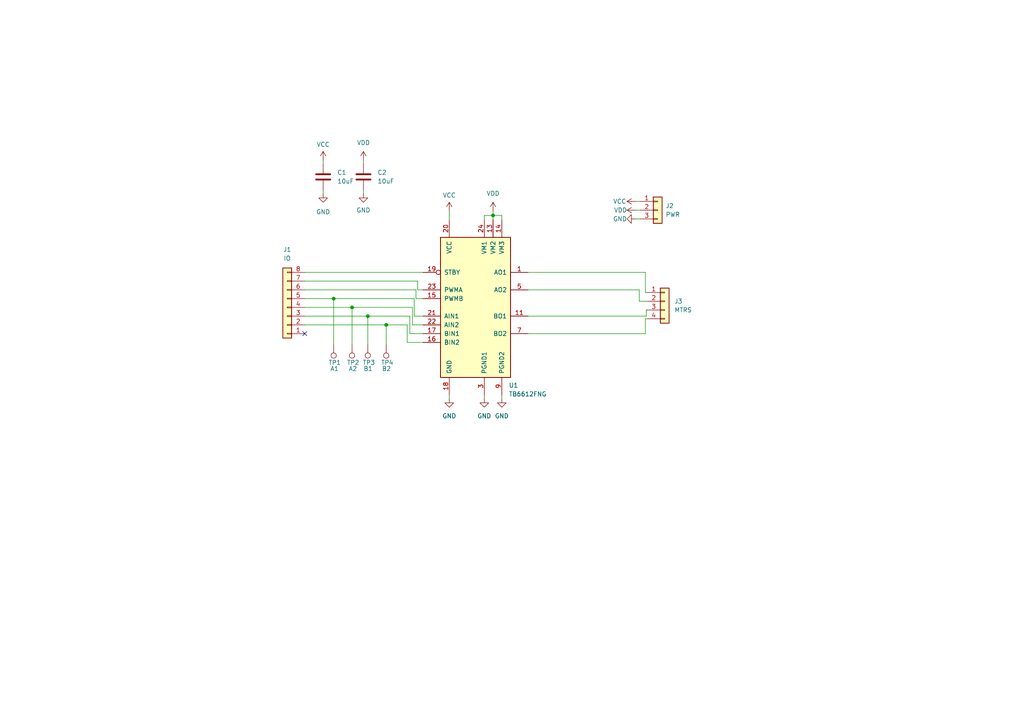
<source format=kicad_sch>
(kicad_sch (version 20211123) (generator eeschema)
  (paper "A4")
  (title_block (title "Icarus Drive Shield") (date "2023-01-15") (rev "A") (comment 1 "Author: Natesh Narain"))
  (lib_symbols
    (symbol "Connector:TestPoint" (pin_numbers hide) (pin_names (offset 0.762) hide)
      (property "Reference" "TP" (at 0 6.858 0))
      (property "Value" "TestPoint" (at 0 5.08 0))
      (symbol "TestPoint_0_1"
        (circle (center 0 3.302) (radius 0.762))
      )
      (symbol "TestPoint_1_1"
        (pin passive line (at 0 0 90) (length 2.54) (name "1") (number "1"))
      )
    )
    (symbol "Connector_Generic:Conn_01x03" (pin_names (offset 1.016) hide)
      (property "Reference" "J" (at 0 5.08 0))
      (property "Value" "Conn_01x03" (at 0 -5.08 0))
      (symbol "Conn_01x03_1_1"
        (rectangle (start -1.27 -2.413) (end 0 -2.667) (stroke (width 0.1524)))
        (rectangle (start -1.27 0.127) (end 0 -0.127) (stroke (width 0.1524)))
        (rectangle (start -1.27 2.667) (end 0 2.413) (stroke (width 0.1524)))
        (rectangle (start -1.27 3.81) (end 1.27 -3.81) (stroke (width 0.254)) (fill (type background)))
        (pin passive line (at -5.08 2.54 0) (length 3.81) (name "Pin_1") (number "1"))
        (pin passive line (at -5.08 0 0) (length 3.81) (name "Pin_2") (number "2"))
        (pin passive line (at -5.08 -2.54 0) (length 3.81) (name "Pin_3") (number "3"))
      )
    )
    (symbol "Connector_Generic:Conn_01x04" (pin_names (offset 1.016) hide)
      (property "Reference" "J" (at 0 5.08 0))
      (property "Value" "Conn_01x04" (at 0 -7.62 0))
      (symbol "Conn_01x04_1_1"
        (rectangle (start -1.27 -4.953) (end 0 -5.207) (stroke (width 0.1524)))
        (rectangle (start -1.27 -2.413) (end 0 -2.667) (stroke (width 0.1524)))
        (rectangle (start -1.27 0.127) (end 0 -0.127) (stroke (width 0.1524)))
        (rectangle (start -1.27 2.667) (end 0 2.413) (stroke (width 0.1524)))
        (rectangle (start -1.27 3.81) (end 1.27 -6.35) (stroke (width 0.254)) (fill (type background)))
        (pin passive line (at -5.08 2.54 0) (length 3.81) (name "Pin_1") (number "1"))
        (pin passive line (at -5.08 0 0) (length 3.81) (name "Pin_2") (number "2"))
        (pin passive line (at -5.08 -2.54 0) (length 3.81) (name "Pin_3") (number "3"))
        (pin passive line (at -5.08 -5.08 0) (length 3.81) (name "Pin_4") (number "4"))
      )
    )
    (symbol "Connector_Generic:Conn_01x08" (pin_names (offset 1.016) hide)
      (property "Reference" "J" (at 0 10.16 0))
      (property "Value" "Conn_01x08" (at 0 -12.7 0))
      (symbol "Conn_01x08_1_1"
        (rectangle (start -1.27 -10.033) (end 0 -10.287) (stroke (width 0.1524)))
        (rectangle (start -1.27 -7.493) (end 0 -7.747) (stroke (width 0.1524)))
        (rectangle (start -1.27 -4.953) (end 0 -5.207) (stroke (width 0.1524)))
        (rectangle (start -1.27 -2.413) (end 0 -2.667) (stroke (width 0.1524)))
        (rectangle (start -1.27 0.127) (end 0 -0.127) (stroke (width 0.1524)))
        (rectangle (start -1.27 2.667) (end 0 2.413) (stroke (width 0.1524)))
        (rectangle (start -1.27 5.207) (end 0 4.953) (stroke (width 0.1524)))
        (rectangle (start -1.27 7.747) (end 0 7.493) (stroke (width 0.1524)))
        (rectangle (start -1.27 8.89) (end 1.27 -11.43) (stroke (width 0.254)) (fill (type background)))
        (pin passive line (at -5.08 7.62 0) (length 3.81) (name "Pin_1") (number "1"))
        (pin passive line (at -5.08 5.08 0) (length 3.81) (name "Pin_2") (number "2"))
        (pin passive line (at -5.08 2.54 0) (length 3.81) (name "Pin_3") (number "3"))
        (pin passive line (at -5.08 0 0) (length 3.81) (name "Pin_4") (number "4"))
        (pin passive line (at -5.08 -2.54 0) (length 3.81) (name "Pin_5") (number "5"))
        (pin passive line (at -5.08 -5.08 0) (length 3.81) (name "Pin_6") (number "6"))
        (pin passive line (at -5.08 -7.62 0) (length 3.81) (name "Pin_7") (number "7"))
        (pin passive line (at -5.08 -10.16 0) (length 3.81) (name "Pin_8") (number "8"))
      )
    )
    (symbol "Device:C" (pin_numbers hide) (pin_names (offset 0.254))
      (property "Reference" "C" (at 0.635 2.54 0))
      (property "Value" "C" (at 0.635 -2.54 0))
      (symbol "C_0_1"
        (polyline (pts (xy -2.032 -0.762) (xy 2.032 -0.762)) (stroke (width 0.508)))
        (polyline (pts (xy -2.032 0.762) (xy 2.032 0.762)) (stroke (width 0.508)))
      )
      (symbol "C_1_1"
        (pin passive line (at 0 3.81 270) (length 2.794) (name "~") (number "1"))
        (pin passive line (at 0 -3.81 90) (length 2.794) (name "~") (number "2"))
      )
    )
    (symbol "Driver_Motor:TB6612FNG" (pin_names (offset 1.016))
      (property "Reference" "U" (at 11.43 17.78 0))
      (property "Value" "TB6612FNG" (at 11.43 15.24 0))
      (symbol "TB6612FNG_0_1"
        (rectangle (start -10.16 20.32) (end 10.16 -20.32) (stroke (width 0.254)) (fill (type background)))
      )
      (symbol "TB6612FNG_1_1"
        (pin output line (at 15.24 10.16 180) (length 5.08) (name "AO1") (number "1"))
        (pin passive line (at 7.62 -25.4 90) (length 5.08) hide (name "PGND2") (number "10"))
        (pin output line (at 15.24 -2.54 180) (length 5.08) (name "BO1") (number "11"))
        (pin passive line (at 15.24 -2.54 180) (length 5.08) hide (name "BO1") (number "12"))
        (pin power_in line (at 5.08 25.4 270) (length 5.08) (name "VM2") (number "13"))
        (pin power_in line (at 7.62 25.4 270) (length 5.08) (name "VM3") (number "14"))
        (pin input line (at -15.24 2.54 0) (length 5.08) (name "PWMB") (number "15"))
        (pin input line (at -15.24 -10.16 0) (length 5.08) (name "BIN2") (number "16"))
        (pin input line (at -15.24 -7.62 0) (length 5.08) (name "BIN1") (number "17"))
        (pin power_in line (at -7.62 -25.4 90) (length 5.08) (name "GND") (number "18"))
        (pin input inverted (at -15.24 10.16 0) (length 5.08) (name "STBY") (number "19"))
        (pin passive line (at 15.24 10.16 180) (length 5.08) hide (name "AO1") (number "2"))
        (pin power_in line (at -7.62 25.4 270) (length 5.08) (name "VCC") (number "20"))
        (pin input line (at -15.24 -2.54 0) (length 5.08) (name "AIN1") (number "21"))
        (pin input line (at -15.24 -5.08 0) (length 5.08) (name "AIN2") (number "22"))
        (pin input line (at -15.24 5.08 0) (length 5.08) (name "PWMA") (number "23"))
        (pin power_in line (at 2.54 25.4 270) (length 5.08) (name "VM1") (number "24"))
        (pin power_in line (at 2.54 -25.4 90) (length 5.08) (name "PGND1") (number "3"))
        (pin passive line (at 2.54 -25.4 90) (length 5.08) hide (name "PGND1") (number "4"))
        (pin output line (at 15.24 5.08 180) (length 5.08) (name "AO2") (number "5"))
        (pin passive line (at 15.24 5.08 180) (length 5.08) hide (name "AO2") (number "6"))
        (pin output line (at 15.24 -7.62 180) (length 5.08) (name "BO2") (number "7"))
        (pin passive line (at 15.24 -7.62 180) (length 5.08) hide (name "BO2") (number "8"))
        (pin power_in line (at 7.62 -25.4 90) (length 5.08) (name "PGND2") (number "9"))
      )
    )
    (symbol "power:GND" (power) (pin_names (offset 0))
      (property "Value" "GND" (at 0 -3.81 0))
      (symbol "GND_0_1"
        (polyline (pts (xy 0 0) (xy 0 -1.27) (xy 1.27 -1.27) (xy 0 -2.54) (xy -1.27 -1.27) (xy 0 -1.27)))
      )
      (symbol "GND_1_1"
        (pin power_in line (at 0 0 270) (length 0) hide (name "GND") (number "1"))
      )
    )
    (symbol "power:VCC" (power) (pin_names (offset 0))
      (property "Value" "VCC" (at 0 3.81 0))
      (symbol "VCC_0_1"
        (polyline (pts (xy -0.762 1.27) (xy 0 2.54)))
        (polyline (pts (xy 0 0) (xy 0 2.54)))
        (polyline (pts (xy 0 2.54) (xy 0.762 1.27)))
      )
      (symbol "VCC_1_1"
        (pin power_in line (at 0 0 90) (length 0) hide (name "VCC") (number "1"))
      )
    )
    (symbol "power:VDD" (power) (pin_names (offset 0))
      (property "Value" "VDD" (at 0 3.81 0))
      (symbol "VDD_0_1"
        (polyline (pts (xy -0.762 1.27) (xy 0 2.54)))
        (polyline (pts (xy 0 0) (xy 0 2.54)))
        (polyline (pts (xy 0 2.54) (xy 0.762 1.27)))
      )
      (symbol "VDD_1_1"
        (pin power_in line (at 0 0 90) (length 0) hide (name "VDD") (number "1"))
      )
    )
  )
  (junction (at 96.774 86.614))
  (junction (at 143.002 62.484))
  (junction (at 112.014 94.234))
  (junction (at 106.68 91.694))
  (junction (at 102.108 89.154))
  (no_connect (at 88.392 96.774))
  (wire (pts (xy 93.726 46.482) (xy 93.726 47.498)))
  (wire (pts (xy 140.462 62.484) (xy 143.002 62.484)))
  (wire (pts (xy 145.542 114.554) (xy 145.542 115.57)))
  (wire (pts (xy 122.682 94.234) (xy 119.634 94.234)))
  (wire (pts (xy 88.392 81.534) (xy 121.158 81.534)))
  (wire (pts (xy 118.872 96.774) (xy 118.872 91.694)))
  (wire (pts (xy 88.392 84.074) (xy 120.65 84.074)))
  (wire (pts (xy 153.162 96.774) (xy 187.198 96.774)))
  (wire (pts (xy 185.42 84.074) (xy 185.42 87.376)))
  (wire (pts (xy 88.392 91.694) (xy 106.68 91.694)))
  (wire (pts (xy 120.142 91.694) (xy 120.142 86.614)))
  (wire (pts (xy 102.108 89.154) (xy 102.108 99.822)))
  (wire (pts (xy 118.11 99.314) (xy 118.11 94.234)))
  (wire (pts (xy 112.014 94.234) (xy 112.014 99.822)))
  (wire (pts (xy 143.002 61.214) (xy 143.002 62.484)))
  (wire (pts (xy 106.68 91.694) (xy 118.872 91.694)))
  (wire (pts (xy 184.404 60.96) (xy 185.674 60.96)))
  (wire (pts (xy 143.002 62.484) (xy 143.002 63.754)))
  (wire (pts (xy 153.162 84.074) (xy 185.42 84.074)))
  (wire (pts (xy 120.65 86.614) (xy 120.65 84.074)))
  (wire (pts (xy 187.452 89.916) (xy 187.706 89.916)))
  (wire (pts (xy 122.682 86.614) (xy 120.65 86.614)))
  (wire (pts (xy 184.404 63.5) (xy 185.674 63.5)))
  (wire (pts (xy 88.392 78.994) (xy 122.682 78.994)))
  (wire (pts (xy 105.41 55.118) (xy 105.41 56.134)))
  (wire (pts (xy 119.634 94.234) (xy 119.634 89.154)))
  (wire (pts (xy 140.462 63.754) (xy 140.462 62.484)))
  (wire (pts (xy 187.198 92.456) (xy 187.706 92.456)))
  (wire (pts (xy 130.302 61.214) (xy 130.302 63.754)))
  (wire (pts (xy 153.162 78.994) (xy 187.198 78.994)))
  (wire (pts (xy 153.162 91.694) (xy 187.452 91.694)))
  (wire (pts (xy 140.462 114.554) (xy 140.462 115.57)))
  (wire (pts (xy 187.452 91.694) (xy 187.452 89.916)))
  (wire (pts (xy 130.302 114.554) (xy 130.302 115.57)))
  (wire (pts (xy 105.41 46.482) (xy 105.41 47.498)))
  (wire (pts (xy 185.42 87.376) (xy 187.706 87.376)))
  (wire (pts (xy 88.392 86.614) (xy 96.774 86.614)))
  (wire (pts (xy 106.68 91.694) (xy 106.68 99.822)))
  (wire (pts (xy 102.108 89.154) (xy 119.634 89.154)))
  (wire (pts (xy 112.014 94.234) (xy 118.11 94.234)))
  (wire (pts (xy 88.392 94.234) (xy 112.014 94.234)))
  (wire (pts (xy 122.682 84.074) (xy 121.158 84.074)))
  (wire (pts (xy 96.774 86.614) (xy 96.774 99.822)))
  (wire (pts (xy 122.682 91.694) (xy 120.142 91.694)))
  (wire (pts (xy 145.542 62.484) (xy 143.002 62.484)))
  (wire (pts (xy 88.392 89.154) (xy 102.108 89.154)))
  (wire (pts (xy 145.542 63.754) (xy 145.542 62.484)))
  (wire (pts (xy 122.682 99.314) (xy 118.11 99.314)))
  (wire (pts (xy 121.158 84.074) (xy 121.158 81.534)))
  (wire (pts (xy 96.774 86.614) (xy 120.142 86.614)))
  (wire (pts (xy 187.198 96.774) (xy 187.198 92.456)))
  (wire (pts (xy 122.682 96.774) (xy 118.872 96.774)))
  (wire (pts (xy 184.404 58.42) (xy 185.674 58.42)))
  (wire (pts (xy 187.198 78.994) (xy 187.198 84.836)))
  (wire (pts (xy 187.198 84.836) (xy 187.706 84.836)))
  (wire (pts (xy 93.726 55.118) (xy 93.726 56.134)))
  (symbol (lib_id "Device:C") (at 105.41 51.308 0) (unit 1)
    (property "Reference" "C2" (at 109.474 50.0379 0) (effects (justify left)))
    (property "Value" "10uF" (at 109.474 52.5779 0) (effects (justify left)))
    (property "Footprint" "Capacitor_SMD:C_0805_2012Metric" (effects hide))
    (property "LCSC" "C440198" (effects hide))
  )
  (symbol (lib_id "Connector:TestPoint") (at 112.014 99.822 180) (unit 1)
    (property "Reference" "TP4" (at 110.49 105.156 0) (effects (justify right)))
    (property "Value" "B2" (at 110.744 106.934 0) (effects (justify right)))
    (property "Footprint" "TestPoint:TestPoint_Pad_2.0x2.0mm" (effects hide))
  )
  (symbol (lib_id "power:GND") (at 140.462 115.57 0) (unit 1)
    (property "Reference" "#PWR07" (effects hide))
    (property "Value" "GND" (at 140.462 120.65 0))
  )
  (symbol (lib_id "power:GND") (at 130.302 115.57 0) (unit 1)
    (property "Reference" "#PWR06" (effects hide))
    (property "Value" "GND" (at 130.302 120.65 0))
  )
  (symbol (lib_id "power:GND") (at 184.404 63.5 270) (unit 1)
    (property "Reference" "#PWR012" (effects hide))
    (property "Value" "GND" (at 181.864 63.5 90) (effects (justify right)))
  )
  (symbol (lib_id "Connector_Generic:Conn_01x03") (at 190.754 60.96 0) (unit 1)
    (property "Reference" "J2" (at 193.04 59.6899 0) (effects (justify left)))
    (property "Value" "PWR" (at 193.04 62.2299 0) (effects (justify left)))
    (property "Footprint" "Connector_PinHeader_2.54mm:PinHeader_1x03_P2.54mm_Vertical" (effects hide))
  )
  (symbol (lib_id "Connector_Generic:Conn_01x08") (at 83.312 89.154 180) (unit 1)
    (property "Reference" "J1" (at 83.312 72.39 0))
    (property "Value" "IO" (at 83.312 74.93 0))
    (property "Footprint" "Connector_PinHeader_2.54mm:PinHeader_1x08_P2.54mm_Vertical" (effects hide))
  )
  (symbol (lib_id "Device:C") (at 93.726 51.308 0) (unit 1)
    (property "Reference" "C1" (at 97.79 50.0379 0) (effects (justify left)))
    (property "Value" "10uF" (at 97.79 52.5779 0) (effects (justify left)))
    (property "Footprint" "Capacitor_SMD:C_0805_2012Metric" (effects hide))
    (property "LCSC" "C440198" (effects hide))
  )
  (symbol (lib_id "power:VDD") (at 184.404 60.96 90) (unit 1)
    (property "Reference" "#PWR011" (effects hide))
    (property "Value" "VDD" (at 178.054 60.96 90) (effects (justify right)))
  )
  (symbol (lib_id "Connector:TestPoint") (at 102.108 99.822 180) (unit 1)
    (property "Reference" "TP2" (at 100.584 105.156 0) (effects (justify right)))
    (property "Value" "A2" (at 101.092 106.934 0) (effects (justify right)))
    (property "Footprint" "TestPoint:TestPoint_Pad_2.0x2.0mm" (effects hide))
  )
  (symbol (lib_id "Connector:TestPoint") (at 96.774 99.822 180) (unit 1)
    (property "Reference" "TP1" (at 95.25 105.156 0) (effects (justify right)))
    (property "Value" "A1" (at 95.758 106.934 0) (effects (justify right)))
    (property "Footprint" "TestPoint:TestPoint_Pad_2.0x2.0mm" (effects hide))
  )
  (symbol (lib_id "power:GND") (at 145.542 115.57 0) (unit 1)
    (property "Reference" "#PWR09" (effects hide))
    (property "Value" "GND" (at 145.542 120.65 0))
  )
  (symbol (lib_id "Driver_Motor:TB6612FNG") (at 137.922 89.154 0) (unit 1)
    (property "Reference" "U1" (at 147.5614 111.76 0) (effects (justify left)))
    (property "Value" "TB6612FNG" (at 147.5614 114.3 0) (effects (justify left)))
    (property "Footprint" "Package_SO:SSOP-24_5.3x8.2mm_P0.65mm" (effects hide))
    (property "Datasheet" "https://toshiba.semicon-storage.com/us/product/linear/motordriver/detail.TB6612FNG.html" (effects hide))
    (property "LCSC" "C88224" (effects hide))
  )
  (symbol (lib_id "power:VDD") (at 143.002 61.214 0) (unit 1)
    (property "Reference" "#PWR08" (effects hide))
    (property "Value" "VDD" (at 143.002 56.134 0))
  )
  (symbol (lib_id "power:VDD") (at 105.41 46.482 0) (unit 1)
    (property "Reference" "#PWR03" (effects hide))
    (property "Value" "VDD" (at 105.41 41.402 0))
  )
  (symbol (lib_id "power:VCC") (at 184.404 58.42 90) (unit 1)
    (property "Reference" "#PWR010" (effects hide))
    (property "Value" "VCC" (at 177.8 58.42 90) (effects (justify right)))
  )
  (symbol (lib_id "Connector_Generic:Conn_01x04") (at 192.786 87.376 0) (unit 1)
    (property "Reference" "J3" (at 195.58 87.3759 0) (effects (justify left)))
    (property "Value" "MTRS" (at 195.58 89.9159 0) (effects (justify left)))
    (property "Footprint" "Connector_PinHeader_2.54mm:PinHeader_1x04_P2.54mm_Vertical" (effects hide))
  )
  (symbol (lib_id "Connector:TestPoint") (at 106.68 99.822 180) (unit 1)
    (property "Reference" "TP3" (at 105.156 105.156 0) (effects (justify right)))
    (property "Value" "B1" (at 105.41 106.934 0) (effects (justify right)))
    (property "Footprint" "TestPoint:TestPoint_Pad_2.0x2.0mm" (effects hide))
  )
  (symbol (lib_id "power:VCC") (at 130.302 61.214 0) (unit 1)
    (property "Reference" "#PWR05" (effects hide))
    (property "Value" "VCC" (at 130.302 56.642 0))
  )
  (symbol (lib_id "power:GND") (at 105.41 56.134 0) (unit 1)
    (property "Reference" "#PWR04" (effects hide))
    (property "Value" "GND" (at 105.41 60.96 0))
  )
  (symbol (lib_id "power:VCC") (at 93.726 46.482 0) (unit 1)
    (property "Reference" "#PWR01" (effects hide))
    (property "Value" "VCC" (at 93.726 41.91 0))
  )
  (symbol (lib_id "power:GND") (at 93.726 56.134 0) (unit 1)
    (property "Reference" "#PWR02" (effects hide))
    (property "Value" "GND" (at 93.726 61.468 0))
  )
)
</source>
